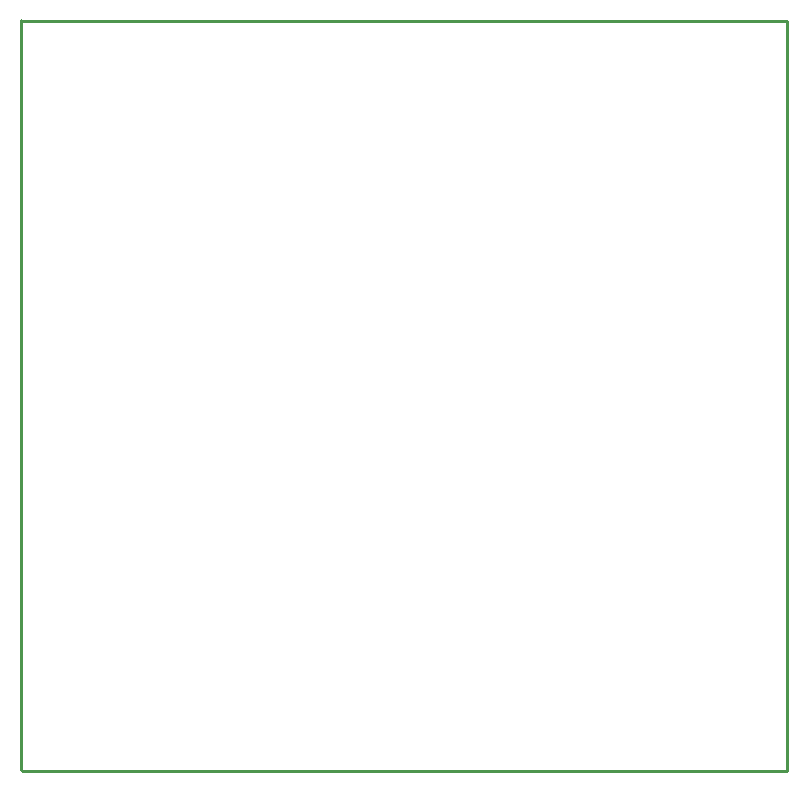
<source format=gm1>
G04*
G04 #@! TF.GenerationSoftware,Altium Limited,Altium Designer,21.7.2 (23)*
G04*
G04 Layer_Color=16711935*
%FSLAX25Y25*%
%MOIN*%
G70*
G04*
G04 #@! TF.SameCoordinates,5A2C8144-CC96-4660-950F-F598549C9966*
G04*
G04*
G04 #@! TF.FilePolarity,Positive*
G04*
G01*
G75*
%ADD11C,0.01000*%
D11*
X-563Y98D02*
Y250098D01*
X0Y0D02*
X255000D01*
Y250000D01*
X0D02*
X255000D01*
M02*

</source>
